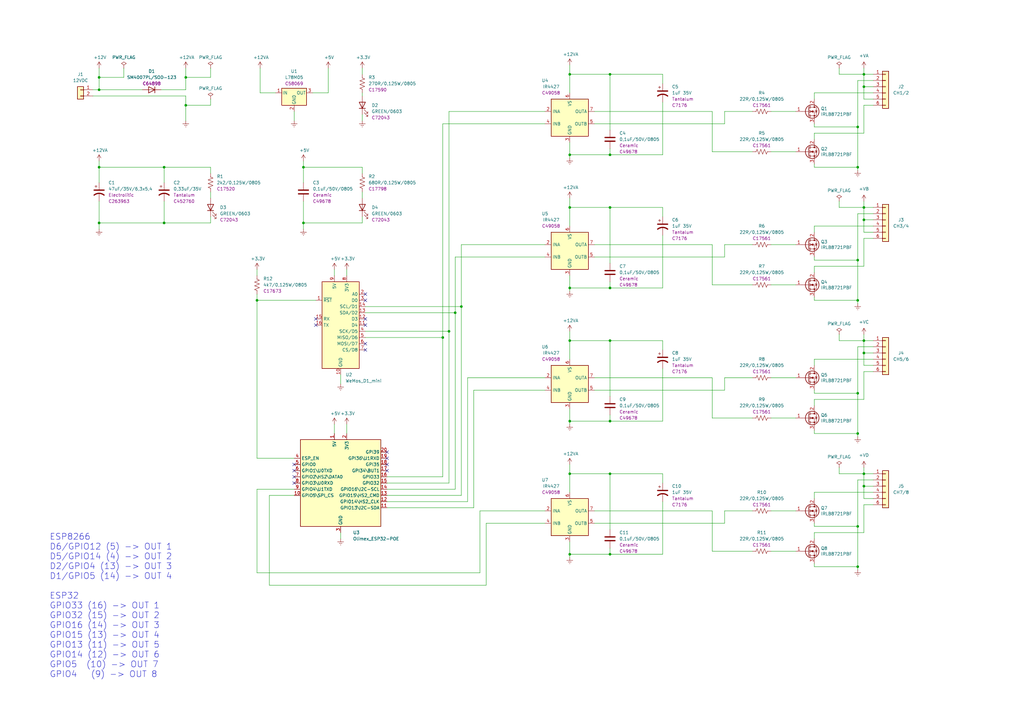
<source format=kicad_sch>
(kicad_sch (version 20231120) (generator "eeschema") (generator_version "8.0")
  (paper "A3")
  (title_block (title "ESP 8x PWM Module") (date "2022-03-26") (rev "2"))
  (junction (at 354.33 35.56))
  (junction (at 184.15 135.89))
  (junction (at 40.64 31.75))
  (junction (at 233.68 172.72))
  (junction (at 181.61 138.43))
  (junction (at 233.68 63.5))
  (junction (at 40.64 68.58))
  (junction (at 351.79 68.58))
  (junction (at 186.69 128.27))
  (junction (at 67.31 68.58))
  (junction (at 354.33 30.48))
  (junction (at 233.68 30.48))
  (junction (at 233.68 194.31))
  (junction (at 105.41 123.19))
  (junction (at 354.33 139.7))
  (junction (at 40.64 91.44))
  (junction (at 351.79 123.19))
  (junction (at 354.33 90.17))
  (junction (at 250.19 194.31))
  (junction (at 250.19 118.11))
  (junction (at 124.46 68.58))
  (junction (at 233.68 118.11))
  (junction (at 67.31 91.44))
  (junction (at 76.2 31.75))
  (junction (at 250.19 139.7))
  (junction (at 351.79 161.29))
  (junction (at 250.19 227.33))
  (junction (at 233.68 85.09))
  (junction (at 351.79 177.8))
  (junction (at 76.2 43.18))
  (junction (at 250.19 30.48))
  (junction (at 354.33 199.39))
  (junction (at 354.33 194.31))
  (junction (at 354.33 144.78))
  (junction (at 354.33 85.09))
  (junction (at 40.64 36.83))
  (junction (at 124.46 91.44))
  (junction (at 233.68 227.33))
  (junction (at 351.79 232.41))
  (junction (at 351.79 106.68))
  (junction (at 233.68 139.7))
  (junction (at 250.19 85.09))
  (junction (at 351.79 52.07))
  (junction (at 189.23 125.73))
  (junction (at 250.19 63.5))
  (junction (at 250.19 172.72))
  (junction (at 351.79 215.9))
  (no_connect (at 120.65 198.12))
  (no_connect (at 129.54 133.35))
  (no_connect (at 149.86 130.81))
  (no_connect (at 158.75 185.42))
  (no_connect (at 120.65 190.5))
  (no_connect (at 129.54 130.81))
  (no_connect (at 158.75 190.5))
  (no_connect (at 149.86 140.97))
  (no_connect (at 149.86 133.35))
  (no_connect (at 158.75 193.04))
  (no_connect (at 149.86 120.65))
  (no_connect (at 158.75 187.96))
  (no_connect (at 120.65 195.58))
  (no_connect (at 149.86 123.19))
  (no_connect (at 120.65 193.04))
  (no_connect (at 149.86 143.51))
  (wire (pts (xy 351.79 68.58) (xy 351.79 52.07)))
  (wire (pts (xy 120.65 45.72) (xy 120.65 49.53)))
  (wire (pts (xy 316.23 100.33) (xy 326.39 100.33)))
  (wire (pts (xy 292.1 154.94) (xy 292.1 171.45)))
  (wire (pts (xy 297.18 214.63) (xy 297.18 209.55)))
  (wire (pts (xy 271.78 205.74) (xy 271.78 227.33)))
  (wire (pts (xy 354.33 204.47) (xy 354.33 199.39)))
  (wire (pts (xy 106.68 27.94) (xy 106.68 38.1)))
  (wire (pts (xy 194.31 160.02) (xy 223.52 160.02)))
  (wire (pts (xy 334.01 218.44) (xy 354.33 218.44)))
  (wire (pts (xy 354.33 109.22) (xy 354.33 97.79)))
  (wire (pts (xy 233.68 118.11) (xy 250.19 118.11)))
  (wire (pts (xy 40.64 68.58) (xy 40.64 74.93)))
  (wire (pts (xy 351.79 177.8) (xy 351.79 179.07)))
  (wire (pts (xy 40.64 66.04) (xy 40.64 68.58)))
  (wire (pts (xy 243.84 105.41) (xy 297.18 105.41)))
  (wire (pts (xy 233.68 173.99) (xy 233.68 172.72)))
  (wire (pts (xy 351.79 215.9) (xy 334.01 215.9)))
  (wire (pts (xy 76.2 39.37) (xy 76.2 43.18)))
  (wire (pts (xy 334.01 67.31) (xy 334.01 68.58)))
  (wire (pts (xy 148.59 46.99) (xy 148.59 49.53)))
  (wire (pts (xy 334.01 214.63) (xy 334.01 215.9)))
  (wire (pts (xy 250.19 107.95) (xy 250.19 85.09)))
  (wire (pts (xy 223.52 154.94) (xy 191.77 154.94)))
  (wire (pts (xy 243.84 154.94) (xy 292.1 154.94)))
  (wire (pts (xy 40.64 91.44) (xy 40.64 82.55)))
  (wire (pts (xy 233.68 135.89) (xy 233.68 139.7)))
  (wire (pts (xy 358.14 149.86) (xy 354.33 149.86)))
  (wire (pts (xy 105.41 123.19) (xy 105.41 187.96)))
  (wire (pts (xy 233.68 30.48) (xy 233.68 38.1)))
  (wire (pts (xy 233.68 118.11) (xy 233.68 113.03)))
  (wire (pts (xy 105.41 234.95) (xy 196.85 234.95)))
  (wire (pts (xy 67.31 91.44) (xy 40.64 91.44)))
  (wire (pts (xy 189.23 203.2) (xy 189.23 125.73)))
  (wire (pts (xy 243.84 160.02) (xy 297.18 160.02)))
  (wire (pts (xy 297.18 105.41) (xy 297.18 100.33)))
  (wire (pts (xy 358.14 85.09) (xy 354.33 85.09)))
  (wire (pts (xy 250.19 227.33) (xy 271.78 227.33)))
  (wire (pts (xy 189.23 100.33) (xy 223.52 100.33)))
  (wire (pts (xy 344.17 82.55) (xy 344.17 85.09)))
  (wire (pts (xy 354.33 163.83) (xy 354.33 152.4)))
  (wire (pts (xy 233.68 139.7) (xy 250.19 139.7)))
  (wire (pts (xy 233.68 85.09) (xy 250.19 85.09)))
  (wire (pts (xy 344.17 194.31) (xy 354.33 194.31)))
  (wire (pts (xy 271.78 194.31) (xy 250.19 194.31)))
  (wire (pts (xy 139.7 220.98) (xy 139.7 218.44)))
  (wire (pts (xy 271.78 41.91) (xy 271.78 63.5)))
  (wire (pts (xy 134.62 27.94) (xy 134.62 38.1)))
  (wire (pts (xy 271.78 151.13) (xy 271.78 172.72)))
  (wire (pts (xy 358.14 196.85) (xy 351.79 196.85)))
  (wire (pts (xy 358.14 92.71) (xy 334.01 92.71)))
  (wire (pts (xy 86.36 68.58) (xy 67.31 68.58)))
  (wire (pts (xy 128.27 38.1) (xy 134.62 38.1)))
  (wire (pts (xy 351.79 106.68) (xy 334.01 106.68)))
  (wire (pts (xy 271.78 96.52) (xy 271.78 118.11)))
  (wire (pts (xy 292.1 100.33) (xy 292.1 116.84)))
  (wire (pts (xy 86.36 91.44) (xy 67.31 91.44)))
  (wire (pts (xy 110.49 203.2) (xy 110.49 240.03)))
  (wire (pts (xy 50.8 31.75) (xy 50.8 27.94)))
  (wire (pts (xy 354.33 152.4) (xy 358.14 152.4)))
  (wire (pts (xy 271.78 30.48) (xy 250.19 30.48)))
  (wire (pts (xy 271.78 85.09) (xy 250.19 85.09)))
  (wire (pts (xy 354.33 137.16) (xy 354.33 139.7)))
  (wire (pts (xy 351.79 232.41) (xy 351.79 233.68)))
  (wire (pts (xy 142.24 173.99) (xy 142.24 177.8)))
  (wire (pts (xy 148.59 88.9) (xy 148.59 91.44)))
  (wire (pts (xy 354.33 149.86) (xy 354.33 144.78)))
  (wire (pts (xy 186.69 105.41) (xy 186.69 128.27)))
  (wire (pts (xy 297.18 160.02) (xy 297.18 154.94)))
  (wire (pts (xy 334.01 163.83) (xy 334.01 166.37)))
  (wire (pts (xy 233.68 119.38) (xy 233.68 118.11)))
  (wire (pts (xy 250.19 172.72) (xy 271.78 172.72)))
  (wire (pts (xy 86.36 27.94) (xy 86.36 31.75)))
  (wire (pts (xy 149.86 125.73) (xy 189.23 125.73)))
  (wire (pts (xy 124.46 66.04) (xy 124.46 68.58)))
  (wire (pts (xy 358.14 33.02) (xy 351.79 33.02)))
  (wire (pts (xy 292.1 45.72) (xy 292.1 62.23)))
  (wire (pts (xy 334.01 232.41) (xy 351.79 232.41)))
  (wire (pts (xy 186.69 105.41) (xy 223.52 105.41)))
  (wire (pts (xy 316.23 171.45) (xy 326.39 171.45)))
  (wire (pts (xy 148.59 27.94) (xy 148.59 30.48)))
  (wire (pts (xy 194.31 208.28) (xy 194.31 160.02)))
  (wire (pts (xy 149.86 128.27) (xy 186.69 128.27)))
  (wire (pts (xy 358.14 147.32) (xy 334.01 147.32)))
  (wire (pts (xy 344.17 30.48) (xy 354.33 30.48)))
  (wire (pts (xy 148.59 71.12) (xy 148.59 68.58)))
  (wire (pts (xy 110.49 240.03) (xy 199.39 240.03)))
  (wire (pts (xy 271.78 139.7) (xy 250.19 139.7)))
  (wire (pts (xy 40.64 36.83) (xy 58.42 36.83)))
  (wire (pts (xy 344.17 85.09) (xy 354.33 85.09)))
  (wire (pts (xy 344.17 139.7) (xy 354.33 139.7)))
  (wire (pts (xy 292.1 171.45) (xy 308.61 171.45)))
  (wire (pts (xy 351.79 142.24) (xy 351.79 161.29)))
  (wire (pts (xy 354.33 139.7) (xy 354.33 144.78)))
  (wire (pts (xy 196.85 209.55) (xy 223.52 209.55)))
  (wire (pts (xy 86.36 88.9) (xy 86.36 91.44)))
  (wire (pts (xy 334.01 218.44) (xy 334.01 220.98)))
  (wire (pts (xy 334.01 147.32) (xy 334.01 149.86)))
  (wire (pts (xy 233.68 85.09) (xy 233.68 92.71)))
  (wire (pts (xy 316.23 154.94) (xy 326.39 154.94)))
  (wire (pts (xy 181.61 50.8) (xy 223.52 50.8)))
  (wire (pts (xy 354.33 97.79) (xy 358.14 97.79)))
  (wire (pts (xy 233.68 139.7) (xy 233.68 147.32)))
  (wire (pts (xy 358.14 30.48) (xy 354.33 30.48)))
  (wire (pts (xy 351.79 196.85) (xy 351.79 215.9)))
  (wire (pts (xy 243.84 214.63) (xy 297.18 214.63)))
  (wire (pts (xy 40.64 31.75) (xy 40.64 36.83)))
  (wire (pts (xy 105.41 120.65) (xy 105.41 123.19)))
  (wire (pts (xy 184.15 45.72) (xy 184.15 135.89)))
  (wire (pts (xy 334.01 231.14) (xy 334.01 232.41)))
  (wire (pts (xy 358.14 139.7) (xy 354.33 139.7)))
  (wire (pts (xy 158.75 200.66) (xy 186.69 200.66)))
  (wire (pts (xy 158.75 195.58) (xy 181.61 195.58)))
  (wire (pts (xy 351.79 232.41) (xy 351.79 215.9)))
  (wire (pts (xy 358.14 40.64) (xy 354.33 40.64)))
  (wire (pts (xy 358.14 201.93) (xy 334.01 201.93)))
  (wire (pts (xy 334.01 105.41) (xy 334.01 106.68)))
  (wire (pts (xy 351.79 123.19) (xy 351.79 106.68)))
  (wire (pts (xy 86.36 71.12) (xy 86.36 68.58)))
  (wire (pts (xy 189.23 125.73) (xy 189.23 100.33)))
  (wire (pts (xy 233.68 227.33) (xy 250.19 227.33)))
  (wire (pts (xy 250.19 224.79) (xy 250.19 227.33)))
  (wire (pts (xy 358.14 194.31) (xy 354.33 194.31)))
  (wire (pts (xy 344.17 137.16) (xy 344.17 139.7)))
  (wire (pts (xy 120.65 200.66) (xy 105.41 200.66)))
  (wire (pts (xy 137.16 173.99) (xy 137.16 177.8)))
  (wire (pts (xy 334.01 38.1) (xy 334.01 40.64)))
  (wire (pts (xy 334.01 54.61) (xy 334.01 57.15)))
  (wire (pts (xy 233.68 30.48) (xy 250.19 30.48)))
  (wire (pts (xy 233.68 63.5) (xy 233.68 58.42)))
  (wire (pts (xy 250.19 60.96) (xy 250.19 63.5)))
  (wire (pts (xy 148.59 91.44) (xy 124.46 91.44)))
  (wire (pts (xy 358.14 199.39) (xy 354.33 199.39)))
  (wire (pts (xy 233.68 228.6) (xy 233.68 227.33)))
  (wire (pts (xy 233.68 194.31) (xy 250.19 194.31)))
  (wire (pts (xy 243.84 45.72) (xy 292.1 45.72)))
  (wire (pts (xy 199.39 214.63) (xy 223.52 214.63)))
  (wire (pts (xy 297.18 154.94) (xy 308.61 154.94)))
  (wire (pts (xy 181.61 50.8) (xy 181.61 138.43)))
  (wire (pts (xy 76.2 36.83) (xy 76.2 31.75)))
  (wire (pts (xy 334.01 54.61) (xy 354.33 54.61)))
  (wire (pts (xy 334.01 177.8) (xy 351.79 177.8)))
  (wire (pts (xy 292.1 226.06) (xy 308.61 226.06)))
  (wire (pts (xy 120.65 187.96) (xy 105.41 187.96)))
  (wire (pts (xy 158.75 198.12) (xy 184.15 198.12)))
  (wire (pts (xy 358.14 90.17) (xy 354.33 90.17)))
  (wire (pts (xy 354.33 191.77) (xy 354.33 194.31)))
  (wire (pts (xy 354.33 43.18) (xy 358.14 43.18)))
  (wire (pts (xy 38.1 36.83) (xy 40.64 36.83)))
  (wire (pts (xy 124.46 82.55) (xy 124.46 91.44)))
  (wire (pts (xy 186.69 128.27) (xy 186.69 200.66)))
  (wire (pts (xy 233.68 194.31) (xy 233.68 201.93)))
  (wire (pts (xy 354.33 30.48) (xy 354.33 35.56)))
  (wire (pts (xy 358.14 204.47) (xy 354.33 204.47)))
  (wire (pts (xy 271.78 88.9) (xy 271.78 85.09)))
  (wire (pts (xy 344.17 27.94) (xy 344.17 30.48)))
  (wire (pts (xy 124.46 93.98) (xy 124.46 91.44)))
  (wire (pts (xy 292.1 116.84) (xy 308.61 116.84)))
  (wire (pts (xy 38.1 39.37) (xy 76.2 39.37)))
  (wire (pts (xy 297.18 100.33) (xy 308.61 100.33)))
  (wire (pts (xy 40.64 31.75) (xy 50.8 31.75)))
  (wire (pts (xy 297.18 209.55) (xy 308.61 209.55)))
  (wire (pts (xy 271.78 34.29) (xy 271.78 30.48)))
  (wire (pts (xy 354.33 218.44) (xy 354.33 207.01)))
  (wire (pts (xy 334.01 121.92) (xy 334.01 123.19)))
  (wire (pts (xy 120.65 203.2) (xy 110.49 203.2)))
  (wire (pts (xy 297.18 50.8) (xy 297.18 45.72)))
  (wire (pts (xy 124.46 74.93) (xy 124.46 68.58)))
  (wire (pts (xy 67.31 74.93) (xy 67.31 68.58)))
  (wire (pts (xy 351.79 52.07) (xy 334.01 52.07)))
  (wire (pts (xy 354.33 85.09) (xy 354.33 90.17)))
  (wire (pts (xy 250.19 115.57) (xy 250.19 118.11)))
  (wire (pts (xy 334.01 123.19) (xy 351.79 123.19)))
  (wire (pts (xy 149.86 138.43) (xy 181.61 138.43)))
  (wire (pts (xy 139.7 153.67) (xy 139.7 157.48)))
  (wire (pts (xy 243.84 100.33) (xy 292.1 100.33)))
  (wire (pts (xy 354.33 54.61) (xy 354.33 43.18)))
  (wire (pts (xy 358.14 38.1) (xy 334.01 38.1)))
  (wire (pts (xy 354.33 40.64) (xy 354.33 35.56)))
  (wire (pts (xy 351.79 123.19) (xy 351.79 124.46)))
  (wire (pts (xy 344.17 191.77) (xy 344.17 194.31)))
  (wire (pts (xy 196.85 234.95) (xy 196.85 209.55)))
  (wire (pts (xy 271.78 143.51) (xy 271.78 139.7)))
  (wire (pts (xy 86.36 40.64) (xy 86.36 43.18)))
  (wire (pts (xy 40.64 27.94) (xy 40.64 31.75)))
  (wire (pts (xy 105.41 123.19) (xy 129.54 123.19)))
  (wire (pts (xy 358.14 142.24) (xy 351.79 142.24)))
  (wire (pts (xy 233.68 81.28) (xy 233.68 85.09)))
  (wire (pts (xy 148.59 39.37) (xy 148.59 38.1)))
  (wire (pts (xy 292.1 209.55) (xy 292.1 226.06)))
  (wire (pts (xy 334.01 160.02) (xy 334.01 161.29)))
  (wire (pts (xy 316.23 45.72) (xy 326.39 45.72)))
  (wire (pts (xy 158.75 208.28) (xy 194.31 208.28)))
  (wire (pts (xy 106.68 38.1) (xy 113.03 38.1)))
  (wire (pts (xy 181.61 138.43) (xy 181.61 195.58)))
  (wire (pts (xy 316.23 62.23) (xy 326.39 62.23)))
  (wire (pts (xy 184.15 135.89) (xy 184.15 198.12)))
  (wire (pts (xy 86.36 31.75) (xy 76.2 31.75)))
  (wire (pts (xy 354.33 194.31) (xy 354.33 199.39)))
  (wire (pts (xy 358.14 87.63) (xy 351.79 87.63)))
  (wire (pts (xy 354.33 82.55) (xy 354.33 85.09)))
  (wire (pts (xy 250.19 53.34) (xy 250.19 30.48)))
  (wire (pts (xy 233.68 227.33) (xy 233.68 222.25)))
  (wire (pts (xy 86.36 81.28) (xy 86.36 78.74)))
  (wire (pts (xy 67.31 68.58) (xy 40.64 68.58)))
  (wire (pts (xy 250.19 63.5) (xy 271.78 63.5)))
  (wire (pts (xy 105.41 110.49) (xy 105.41 113.03)))
  (wire (pts (xy 351.79 177.8) (xy 351.79 161.29)))
  (wire (pts (xy 76.2 31.75) (xy 76.2 27.94)))
  (wire (pts (xy 250.19 162.56) (xy 250.19 139.7)))
  (wire (pts (xy 316.23 209.55) (xy 326.39 209.55)))
  (wire (pts (xy 354.33 207.01) (xy 358.14 207.01)))
  (wire (pts (xy 250.19 217.17) (xy 250.19 194.31)))
  (wire (pts (xy 66.04 36.83) (xy 76.2 36.83)))
  (wire (pts (xy 105.41 200.66) (xy 105.41 234.95)))
  (wire (pts (xy 334.01 163.83) (xy 354.33 163.83)))
  (wire (pts (xy 334.01 50.8) (xy 334.01 52.07)))
  (wire (pts (xy 158.75 205.74) (xy 191.77 205.74)))
  (wire (pts (xy 137.16 110.49) (xy 137.16 113.03)))
  (wire (pts (xy 354.33 27.94) (xy 354.33 30.48)))
  (wire (pts (xy 292.1 62.23) (xy 308.61 62.23)))
  (wire (pts (xy 334.01 109.22) (xy 334.01 111.76)))
  (wire (pts (xy 158.75 203.2) (xy 189.23 203.2)))
  (wire (pts (xy 334.01 92.71) (xy 334.01 95.25)))
  (wire (pts (xy 76.2 43.18) (xy 76.2 49.53)))
  (wire (pts (xy 316.23 226.06) (xy 326.39 226.06)))
  (wire (pts (xy 250.19 170.18) (xy 250.19 172.72)))
  (wire (pts (xy 243.84 50.8) (xy 297.18 50.8)))
  (wire (pts (xy 233.68 190.5) (xy 233.68 194.31)))
  (wire (pts (xy 316.23 116.84) (xy 326.39 116.84)))
  (wire (pts (xy 334.01 109.22) (xy 354.33 109.22)))
  (wire (pts (xy 351.79 87.63) (xy 351.79 106.68)))
  (wire (pts (xy 354.33 95.25) (xy 354.33 90.17)))
  (wire (pts (xy 334.01 201.93) (xy 334.01 204.47)))
  (wire (pts (xy 351.79 68.58) (xy 351.79 69.85)))
  (wire (pts (xy 233.68 26.67) (xy 233.68 30.48)))
  (wire (pts (xy 250.19 118.11) (xy 271.78 118.11)))
  (wire (pts (xy 351.79 33.02) (xy 351.79 52.07)))
  (wire (pts (xy 271.78 198.12) (xy 271.78 194.31)))
  (wire (pts (xy 148.59 81.28) (xy 148.59 78.74)))
  (wire (pts (xy 191.77 154.94) (xy 191.77 205.74)))
  (wire (pts (xy 184.15 45.72) (xy 223.52 45.72)))
  (wire (pts (xy 67.31 82.55) (xy 67.31 91.44)))
  (wire (pts (xy 334.01 68.58) (xy 351.79 68.58)))
  (wire (pts (xy 233.68 172.72) (xy 250.19 172.72)))
  (wire (pts (xy 148.59 68.58) (xy 124.46 68.58)))
  (wire (pts (xy 149.86 135.89) (xy 184.15 135.89)))
  (wire (pts (xy 358.14 35.56) (xy 354.33 35.56)))
  (wire (pts (xy 233.68 63.5) (xy 250.19 63.5)))
  (wire (pts (xy 358.14 144.78) (xy 354.33 144.78)))
  (wire (pts (xy 40.64 93.98) (xy 40.64 91.44)))
  (wire (pts (xy 142.24 110.49) (xy 142.24 113.03)))
  (wire (pts (xy 297.18 45.72) (xy 308.61 45.72)))
  (wire (pts (xy 233.68 172.72) (xy 233.68 167.64)))
  (wire (pts (xy 233.68 64.77) (xy 233.68 63.5)))
  (wire (pts (xy 86.36 43.18) (xy 76.2 43.18)))
  (wire (pts (xy 351.79 161.29) (xy 334.01 161.29)))
  (wire (pts (xy 292.1 209.55) (xy 243.84 209.55)))
  (wire (pts (xy 334.01 176.53) (xy 334.01 177.8)))
  (wire (pts (xy 358.14 95.25) (xy 354.33 95.25)))
  (wire (pts (xy 199.39 240.03) (xy 199.39 214.63)))
  (text "ESP8266\nD6/GPIO12 (5) -> OUT 1\nD5/GPIO14 (4) -> OUT 2\nD2/GPIO4 (13) -> OUT 3\nD1/GPIO5 (14) -> OUT 4\n\nESP32\nGPIO33 (16) -> OUT 1\nGPIO32 (15) -> OUT 2\nGPIO16 (14) -> OUT 3\nGPIO15 (13) -> OUT 4\nGPIO13 (11) -> OUT 5\nGPIO14 (12) -> OUT 6\nGPIO5  (10) -> OUT 7\nGPIO4   (9) -> OUT 8" (at 20.32 278.13 0) (effects (font (size 2.5 2.5)) (justify left bottom)))
  (symbol (lib_id "Device:R_US") (at 86.36 74.93 0) (unit 1)
    (property "Reference" "R1" (at 88.9 72.39 0) (effects (justify left)))
    (property "Value" "2k2/0,125W/0805" (at 88.9 74.93 0) (effects (justify left)))
    (property "Footprint" "Tales:R_0805_2012Metric" (effects (hide yes)))
    (property "Case" "0805/2012" (effects (hide yes)))
    (property "Mfr" "Uniroyal" (effects (hide yes)))
    (property "Mfr PN" "0805W8F2201T5E" (effects (hide yes)))
    (property "Vendor" "JLCPCB" (effects (hide yes)))
    (property "Vendor PN" "C17520" (effects (hide yes)))
    (property "JLCPCB BOM" "1" (effects (hide yes)))
    (property "LCSC Part" "C17520" (at 88.9 77.47 0) (effects (justify left)))
  )
  (symbol (lib_id "Device:D") (at 62.23 36.83 180) (unit 1)
    (property "Reference" "D1" (at 62.23 29.21 0))
    (property "Value" "SM4007PL/SOD-123" (at 62.23 31.75 0))
    (property "Footprint" "Tales:D_SOD-123" (effects (hide yes)))
    (property "Case" "SOD-123FL" (effects (hide yes)))
    (property "Mfr" "MDD" (effects (hide yes)))
    (property "Mfr PN" "SM4007PL" (effects (hide yes)))
    (property "Vendor" "JLCPCB" (effects (hide yes)))
    (property "Vendor PN" "C64898" (effects (hide yes)))
    (property "JLCPCB BOM" "1" (effects (hide yes)))
    (property "LCSC Part" "C64898" (at 62.23 34.29 0))
    (property "Sim.Device" "D" (effects (hide yes)))
    (property "Sim.Pins" "1=K 2=A" (effects (hide yes)))
  )
  (symbol (lib_id "Regulator_Linear:L7805") (at 120.65 38.1 0) (unit 1)
    (property "Reference" "U1" (at 120.65 29.21 0))
    (property "Value" "L78M05" (at 120.65 31.75 0))
    (property "Footprint" "Tales:TO-252-2" (effects (hide yes)))
    (property "Datasheet" "http://www.st.com/content/ccc/resource/technical/document/datasheet/41/4f/b3/b0/12/d4/47/88/CD00000444.pdf/files/CD00000444.pdf/jcr:content/translations/en.CD00000444.pdf" (effects (hide yes)))
    (property "Case" "TO-252" (effects (hide yes)))
    (property "Mfr" "ST Microelectronics" (effects (hide yes)))
    (property "Mfr PN" "L78M05ABDT-TR" (effects (hide yes)))
    (property "Vendor" "JLCPCB" (effects (hide yes)))
    (property "Vendor PN" "C58069" (effects (hide yes)))
    (property "JLCPCB BOM" "1" (effects (hide yes)))
    (property "LCSC Part" "C58069" (at 120.65 34.29 0))
  )
  (symbol (lib_id "power:PWR_FLAG") (at 86.36 27.94 0) (unit 1)
    (property "Reference" "#FLG0101" (effects (hide yes)))
    (property "Value" "PWR_FLAG" (at 86.36 23.5458 0))
  )
  (symbol (lib_id "Device:LED") (at 86.36 85.09 90) (unit 1)
    (property "Reference" "D3" (at 90.17 85.09 90) (effects (justify right)))
    (property "Value" "GREEN/0603" (at 90.17 87.63 90) (effects (justify right)))
    (property "Footprint" "Tales:LED_0603_1608Metric" (effects (hide yes)))
    (property "Case" "0603" (effects (hide yes)))
    (property "Mfr" "Everlight" (effects (hide yes)))
    (property "Mfr PN" "19-217/GHC-YR1S2/3T" (effects (hide yes)))
    (property "Vendor" "JLCPCB" (effects (hide yes)))
    (property "Vendor PN" "C72043" (effects (hide yes)))
    (property "JLCPCB BOM" "1" (effects (hide yes)))
    (property "LCSC Part" "C72043" (at 90.17 90.17 90) (effects (justify right)))
  )
  (symbol (lib_id "Connector_Generic:Conn_01x06") (at 363.22 35.56 0) (unit 1)
    (property "Reference" "J2" (at 369.57 35.56 0))
    (property "Value" "CH1/2" (at 369.57 38.1 0))
    (property "Footprint" "Tales:TerminalBlock_Phoenix_MKDS-3-6-5.08_1x06_P5.08mm_Horizontal" (effects (hide yes)))
    (property "Mfr" "Metaltex" (effects (hide yes)))
    (property "Vendor" "Eletropecas" (effects (hide yes)))
    (property "Mfr PN" "BR902V" (effects (hide yes)))
    (property "Vendor PN" "29273" (effects (hide yes)))
    (property "JLCPCB BOM" "0" (effects (hide yes)))
  )
  (symbol (lib_id "Device:R_US") (at 148.59 74.93 0) (unit 1)
    (property "Reference" "R2" (at 151.13 72.39 0) (effects (justify left)))
    (property "Value" "680R/0,125W/0805" (at 151.13 74.93 0) (effects (justify left)))
    (property "Footprint" "Tales:R_0805_2012Metric" (effects (hide yes)))
    (property "Case" "0805/2012" (effects (hide yes)))
    (property "Mfr" "Uniroyal" (effects (hide yes)))
    (property "Mfr PN" "0805W8F6800T5E" (effects (hide yes)))
    (property "Vendor" "JLCPCB" (effects (hide yes)))
    (property "Vendor PN" "C17798" (effects (hide yes)))
    (property "JLCPCB BOM" "1" (effects (hide yes)))
    (property "LCSC Part" "C17798" (at 151.13 77.47 0) (effects (justify left)))
  )
  (symbol (lib_id "power:+5V") (at 124.46 66.04 0) (unit 1)
    (property "Reference" "#PWR0123" (effects (hide yes)))
    (property "Value" "+5V" (at 124.841 61.6458 0))
  )
  (symbol (lib_id "power:+3.3V") (at 148.59 27.94 0) (unit 1)
    (property "Reference" "#PWR0124" (effects (hide yes)))
    (property "Value" "+3.3V" (at 148.971 23.5458 0))
  )
  (symbol (lib_id "power:GNDREF") (at 124.46 93.98 0) (unit 1)
    (property "Reference" "#PWR0125" (effects (hide yes)))
    (property "Value" "GNDREF" (effects (hide yes)))
  )
  (symbol (lib_id "power:GNDREF") (at 148.59 49.53 0) (unit 1)
    (property "Reference" "#PWR0126" (effects (hide yes)))
    (property "Value" "GNDREF" (effects (hide yes)))
  )
  (symbol (lib_id "power:PWR_FLAG") (at 86.36 40.64 0) (unit 1)
    (property "Reference" "#FLG0102" (effects (hide yes)))
    (property "Value" "PWR_FLAG" (at 86.36 36.2458 0))
  )
  (symbol (lib_id "Tales:Olimex_ESP32-POE") (at 139.7 198.12 0) (unit 1)
    (property "Reference" "U3" (at 144.78 218.44 0) (effects (justify left)))
    (property "Value" "Olimex_ESP32-POE" (at 144.78 220.98 0) (effects (justify left)))
    (property "Footprint" "Tales:Olimex_ESP32-POE" (effects (hide yes)))
    (property "Mfr" "Olimex" (effects (hide yes)))
    (property "Mfr PN" "ESP32-POE" (effects (hide yes)))
    (property "Vendor" "Mouser" (effects (hide yes)))
    (property "Vendor PN" "909-ESP32-POE\r" (effects (hide yes)))
    (property "JLCPCB BOM" "0" (effects (hide yes)))
  )
  (symbol (lib_id "power:GNDREF") (at 139.7 220.98 0) (unit 1)
    (property "Reference" "#PWR0114" (effects (hide yes)))
    (property "Value" "GNDREF" (effects (hide yes)))
  )
  (symbol (lib_id "power:+3.3V") (at 142.24 173.99 0) (unit 1)
    (property "Reference" "#PWR0115" (effects (hide yes)))
    (property "Value" "+3.3V" (at 142.621 169.5958 0))
  )
  (symbol (lib_id "power:+5V") (at 137.16 173.99 0) (unit 1)
    (property "Reference" "#PWR0120" (effects (hide yes)))
    (property "Value" "+5V" (at 137.541 169.5958 0))
  )
  (symbol (lib_id "Device:R_US") (at 312.42 45.72 270) (unit 1)
    (property "Reference" "R4" (at 312.42 38.1 90))
    (property "Value" "22R/0,125W/0805" (at 312.42 40.64 90))
    (property "Footprint" "Tales:R_0805_2012Metric" (effects (hide yes)))
    (property "Case" "0805/2012" (effects (hide yes)))
    (property "Mfr" "Uniroyal" (effects (hide yes)))
    (property "Mfr PN" "0805W8F220JT5E" (effects (hide yes)))
    (property "Vendor" "JLCPCB" (effects (hide yes)))
    (property "Vendor PN" "C17561" (effects (hide yes)))
    (property "JLCPCB BOM" "1" (effects (hide yes)))
    (property "LCSC Part" "C17561" (at 312.42 43.18 90))
  )
  (symbol (lib_id "Device:R_US") (at 312.42 62.23 270) (unit 1)
    (property "Reference" "R5" (at 312.42 54.61 90))
    (property "Value" "22R/0,125W/0805" (at 312.42 57.15 90))
    (property "Footprint" "Tales:R_0805_2012Metric" (effects (hide yes)))
    (property "Case" "0805/2012" (effects (hide yes)))
    (property "Mfr" "Uniroyal" (effects (hide yes)))
    (property "Mfr PN" "0805W8F220JT5E" (effects (hide yes)))
    (property "Vendor" "JLCPCB" (effects (hide yes)))
    (property "Vendor PN" "C17561" (effects (hide yes)))
    (property "JLCPCB BOM" "1" (effects (hide yes)))
    (property "LCSC Part" "C17561" (at 312.42 59.69 90))
  )
  (symbol (lib_id "Device:C_Polarized_US") (at 271.78 38.1 0) (unit 1)
    (property "Reference" "C5" (at 275.59 35.56 0) (effects (justify left)))
    (property "Value" "1uF 35V" (at 275.59 38.1 0) (effects (justify left)))
    (property "Footprint" "Tales:CP_EIA-3216-18_Kemet-A_Pad1.58x1.35mm_HandSolder" (effects (hide yes)))
    (property "Case" "1206/3216" (effects (hide yes)))
    (property "Mfr" "AVX" (effects (hide yes)))
    (property "Vendor" "JLCPCB" (effects (hide yes)))
    (property "Mfr PN" "TAJA105K035RNJ" (effects (hide yes)))
    (property "Vendor PN" "C7176" (effects (hide yes)))
    (property "Technology" "Tantalum" (at 275.59 40.64 0) (effects (justify left)))
    (property "JLCPCB BOM" "1" (effects (hide yes)))
    (property "LCSC Part" "C7176" (at 275.59 43.18 0) (effects (justify left)))
  )
  (symbol (lib_id "Tales:IR4427") (at 233.68 48.26 0) (unit 1)
    (property "Reference" "U4" (at 223.52 33.02 0))
    (property "Value" "IR4427" (at 226.06 35.56 0))
    (property "Footprint" "Tales:SOIC-8_3.9x4.9mm_P1.27mm" (effects (hide yes)))
    (property "Case" "SOIC-8" (effects (hide yes)))
    (property "Mfr" "International Rectifier" (effects (hide yes)))
    (property "Mfr PN" "IR4427STRPBF\r" (effects (hide yes)))
    (property "Vendor" "JLCPCB" (effects (hide yes)))
    (property "Vendor PN" "C49058" (effects (hide yes)))
    (property "JLCPCB BOM" "1" (effects (hide yes)))
    (property "LCSC Part" "C49058" (at 222.25 38.1 0) (effects (justify left)))
  )
  (symbol (lib_id "power:+12V") (at 40.64 27.94 0) (unit 1)
    (property "Reference" "#PWR0107" (effects (hide yes)))
    (property "Value" "+12V" (at 41.021 23.5458 0))
  )
  (symbol (lib_id "Device:C_Polarized_US") (at 67.31 78.74 0) (unit 1)
    (property "Reference" "C2" (at 71.12 74.93 0) (effects (justify left)))
    (property "Value" "0,33uF/35V" (at 71.12 77.47 0) (effects (justify left)))
    (property "Footprint" "Tales:CP_EIA-3216-18_Kemet-A_Pad1.58x1.35mm_HandSolder" (effects (hide yes)))
    (property "Case" "1206/3216" (effects (hide yes)))
    (property "Mfr" "Kemet" (effects (hide yes)))
    (property "Mfr PN" "T491A334M035AT" (effects (hide yes)))
    (property "Technology" "Tantalum" (at 71.12 80.01 0) (effects (justify left)))
    (property "Vendor" "JLCPCB" (effects (hide yes)))
    (property "Vendor PN" "C452760" (effects (hide yes)))
    (property "JLCPCB BOM" "1" (effects (hide yes)))
    (property "LCSC Part" "C452760" (at 71.12 82.55 0) (effects (justify left)))
  )
  (symbol (lib_id "power:GNDREF") (at 233.68 64.77 0) (unit 1)
    (property "Reference" "#PWR0112" (effects (hide yes)))
    (property "Value" "GNDREF" (effects (hide yes)))
  )
  (symbol (lib_id "Transistor_FET:IRLB8721PBF") (at 331.47 62.23 0) (unit 1)
    (property "Reference" "Q2" (at 336.6516 61.0616 0) (effects (justify left)))
    (property "Value" "IRLB8721PBF" (at 336.6516 63.373 0) (effects (justify left)))
    (property "Footprint" "Tales:TO-220-3_Vertical" (effects (hide yes)))
    (property "Datasheet" "http://www.infineon.com/dgdl/irlb8721pbf.pdf?fileId=5546d462533600a40153566056732591" (effects (hide yes)))
    (property "Case" "TO-220-3" (effects (hide yes)))
    (property "Mfr" "Infineon" (effects (hide yes)))
    (property "Mfr PN" "IRLB8721PBF" (effects (hide yes)))
    (property "Vendor" "Mouser" (effects (hide yes)))
    (property "Vendor PN" "942-IRLB8721PBF" (effects (hide yes)))
    (property "JLCPCB BOM" "0" (effects (hide yes)))
  )
  (symbol (lib_id "power:+12VA") (at 76.2 27.94 0) (unit 1)
    (property "Reference" "#PWR0130" (effects (hide yes)))
    (property "Value" "+12VA" (at 76.581 23.5458 0))
  )
  (symbol (lib_id "power:+12VA") (at 106.68 27.94 0) (unit 1)
    (property "Reference" "#PWR0131" (effects (hide yes)))
    (property "Value" "+12VA" (at 107.061 23.5458 0))
  )
  (symbol (lib_id "power:+12VA") (at 40.64 66.04 0) (unit 1)
    (property "Reference" "#PWR0132" (effects (hide yes)))
    (property "Value" "+12VA" (at 41.021 61.6458 0))
  )
  (symbol (lib_id "power:PWR_FLAG") (at 50.8 27.94 0) (unit 1)
    (property "Reference" "#FLG0104" (effects (hide yes)))
    (property "Value" "PWR_FLAG" (at 50.8 23.5458 0))
  )
  (symbol (lib_id "Device:C") (at 250.19 57.15 0) (unit 1)
    (property "Reference" "C4" (at 254 54.61 0) (effects (justify left)))
    (property "Value" "0,1uF/50V/0805" (at 254 57.15 0) (effects (justify left)))
    (property "Footprint" "Tales:C_0805_2012Metric" (effects (hide yes)))
    (property "Case" "0805/2012" (effects (hide yes)))
    (property "Mfr" "Yageo" (effects (hide yes)))
    (property "Mfr PN" "CC0805KRX7R9BB104" (effects (hide yes)))
    (property "Vendor" "JLCPCB" (effects (hide yes)))
    (property "Vendor PN" "C49678" (effects (hide yes)))
    (property "Technology" "Ceramic" (at 254 59.69 0) (effects (justify left)))
    (property "JLCPCB BOM" "1" (effects (hide yes)))
    (property "LCSC Part" "C49678" (at 254 62.23 0) (effects (justify left)))
  )
  (symbol (lib_id "Transistor_FET:IRLB8721PBF") (at 331.47 45.72 0) (unit 1)
    (property "Reference" "Q1" (at 336.6516 44.5516 0) (effects (justify left)))
    (property "Value" "IRLB8721PBF" (at 336.6516 46.863 0) (effects (justify left)))
    (property "Footprint" "Tales:TO-220-3_Vertical" (effects (hide yes)))
    (property "Datasheet" "http://www.infineon.com/dgdl/irlb8721pbf.pdf?fileId=5546d462533600a40153566056732591" (effects (hide yes)))
    (property "Case" "TO-220-3" (effects (hide yes)))
    (property "Mfr" "Infineon" (effects (hide yes)))
    (property "Mfr PN" "IRLB8721PBF" (effects (hide yes)))
    (property "Vendor" "Mouser" (effects (hide yes)))
    (property "Vendor PN" "942-IRLB8721PBF" (effects (hide yes)))
    (property "JLCPCB BOM" "0" (effects (hide yes)))
  )
  (symbol (lib_id "power:GNDREF") (at 120.65 49.53 0) (unit 1)
    (property "Reference" "#PWR0102" (effects (hide yes)))
    (property "Value" "GNDREF" (effects (hide yes)))
  )
  (symbol (lib_id "power:+5V") (at 134.62 27.94 0) (unit 1)
    (property "Reference" "#PWR0104" (effects (hide yes)))
    (property "Value" "+5V" (at 135.001 23.5458 0))
  )
  (symbol (lib_id "Connector_Generic:Conn_01x02") (at 33.02 36.83 0) (mirror y) (unit 1)
    (property "Reference" "J1" (at 33.02 30.48 0))
    (property "Value" "12VDC" (at 33.02 33.02 0))
    (property "Footprint" "Tales:TerminalBlock_Phoenix_MKDS-3-2-5.08_1x02_P5.08mm_Horizontal" (effects (hide yes)))
    (property "Mfr" "Metaltex" (effects (hide yes)))
    (property "Vendor" "Eletropecas\r" (effects (hide yes)))
    (property "Mfr PN" "BR902V\r" (effects (hide yes)))
    (property "Vendor PN" "29273" (effects (hide yes)))
    (property "JLCPCB BOM" "0" (effects (hide yes)))
  )
  (symbol (lib_id "power:GNDREF") (at 76.2 49.53 0) (unit 1)
    (property "Reference" "#PWR0108" (effects (hide yes)))
    (property "Value" "GNDREF" (effects (hide yes)))
  )
  (symbol (lib_id "Device:C") (at 124.46 78.74 0) (unit 1)
    (property "Reference" "C3" (at 128.27 74.93 0) (effects (justify left)))
    (property "Value" "0,1uF/50V/0805" (at 128.27 77.47 0) (effects (justify left)))
    (property "Footprint" "Tales:C_0805_2012Metric" (effects (hide yes)))
    (property "Technology" "Ceramic" (at 128.27 80.01 0) (effects (justify left)))
    (property "Case" "0805/2012" (effects (hide yes)))
    (property "Mfr" "Yageo" (effects (hide yes)))
    (property "Mfr PN" "CC0805KRX7R9BB104" (effects (hide yes)))
    (property "Vendor" "JLCPCB" (effects (hide yes)))
    (property "Vendor PN" "C49678" (effects (hide yes)))
    (property "JLCPCB BOM" "1" (effects (hide yes)))
    (property "LCSC Part" "C49678" (at 128.27 82.55 0) (effects (justify left)))
  )
  (symbol (lib_id "Device:LED") (at 148.59 85.09 90) (unit 1)
    (property "Reference" "D4" (at 152.4 85.09 90) (effects (justify right)))
    (property "Value" "GREEN/0603" (at 152.4 87.63 90) (effects (justify right)))
    (property "Footprint" "Tales:LED_0603_1608Metric" (effects (hide yes)))
    (property "Case" "0603" (effects (hide yes)))
    (property "Mfr" "Everlight" (effects (hide yes)))
    (property "Mfr PN" "19-217/GHC-YR1S2/3T" (effects (hide yes)))
    (property "Vendor" "JLCPCB" (effects (hide yes)))
    (property "Vendor PN" "C72043" (effects (hide yes)))
    (property "JLCPCB BOM" "1" (effects (hide yes)))
    (property "LCSC Part" "C72043" (at 152.4 90.17 90) (effects (justify right)))
  )
  (symbol (lib_id "Device:LED") (at 148.59 43.18 90) (unit 1)
    (property "Reference" "D2" (at 152.4 43.18 90) (effects (justify right)))
    (property "Value" "GREEN/0603" (at 152.4 45.72 90) (effects (justify right)))
    (property "Footprint" "Tales:LED_0603_1608Metric" (effects (hide yes)))
    (property "Case" "0603" (effects (hide yes)))
    (property "Mfr" "Everlight" (effects (hide yes)))
    (property "Mfr PN" "19-217/GHC-YR1S2/3T" (effects (hide yes)))
    (property "Vendor" "JLCPCB" (effects (hide yes)))
    (property "Vendor PN" "C72043" (effects (hide yes)))
    (property "JLCPCB BOM" "1" (effects (hide yes)))
    (property "LCSC Part" "C72043" (at 152.4 48.26 90) (effects (justify right)))
  )
  (symbol (lib_id "Device:R_US") (at 148.59 34.29 0) (unit 1)
    (property "Reference" "R3" (at 151.13 31.75 0) (effects (justify left)))
    (property "Value" "270R/0,125W/0805" (at 151.13 34.29 0) (effects (justify left)))
    (property "Footprint" "Tales:R_0805_2012Metric" (effects (hide yes)))
    (property "Case" "0805/2012" (effects (hide yes)))
    (property "Mfr" "Uniroyal" (effects (hide yes)))
    (property "Mfr PN" "0805W8F2700T5E" (effects (hide yes)))
    (property "Vendor" "JLCPCB" (effects (hide yes)))
    (property "Vendor PN" "C17590" (effects (hide yes)))
    (property "JLCPCB BOM" "1" (effects (hide yes)))
    (property "LCSC Part" "C17590" (at 151.13 36.83 0) (effects (justify left)))
  )
  (symbol (lib_id "Device:C_Polarized_US") (at 40.64 78.74 0) (unit 1)
    (property "Reference" "C1" (at 44.45 74.93 0) (effects (justify left)))
    (property "Value" "47uF/35V/6,3x5,4" (at 44.45 77.47 0) (effects (justify left)))
    (property "Footprint" "Tales:CP_Elec_6.3x5.4" (effects (hide yes)))
    (property "Case" "6,3x5,4" (effects (hide yes)))
    (property "Mfr" "Semtech" (effects (hide yes)))
    (property "Mfr PN" "CK1V470MCRE54" (effects (hide yes)))
    (property "Vendor" "JLCPCB" (effects (hide yes)))
    (property "Vendor PN" "C263963" (effects (hide yes)))
    (property "Technology" "Electrolitic" (at 44.45 80.01 0) (effects (justify left)))
    (property "JLCPCB BOM" "1" (effects (hide yes)))
    (property "LCSC Part" "C263963" (at 44.45 82.55 0) (effects (justify left)))
  )
  (symbol (lib_id "power:GNDREF") (at 40.64 93.98 0) (unit 1)
    (property "Reference" "#PWR0127" (effects (hide yes)))
    (property "Value" "GNDREF" (effects (hide yes)))
  )
  (symbol (lib_id "Device:C") (at 250.19 220.98 0) (unit 1)
    (property "Reference" "C11" (at 254 218.44 0) (effects (justify left)))
    (property "Value" "0,1uF/50V/0805" (at 254 220.98 0) (effects (justify left)))
    (property "Footprint" "Tales:C_0805_2012Metric" (effects (hide yes)))
    (property "Case" "0805/2012" (effects (hide yes)))
    (property "Mfr" "Yageo" (effects (hide yes)))
    (property "Mfr PN" "CC0805KRX7R9BB104" (effects (hide yes)))
    (property "Vendor" "JLCPCB" (effects (hide yes)))
    (property "Vendor PN" "C49678" (effects (hide yes)))
    (property "Technology" "Ceramic" (at 254 223.52 0) (effects (justify left)))
    (property "JLCPCB BOM" "1" (effects (hide yes)))
    (property "LCSC Part" "C49678" (at 254 226.06 0) (effects (justify left)))
  )
  (symbol (lib_id "Tales:+VD") (at 354.33 191.77 0) (unit 1)
    (property "Reference" "#PWR07" (effects (hide yes)))
    (property "Value" "+VD" (at 354.33 186.69 0))
  )
  (symbol (lib_id "Device:C_Polarized_US") (at 271.78 201.93 0) (unit 1)
    (property "Reference" "C10" (at 275.59 199.39 0) (effects (justify left)))
    (property "Value" "1uF 35V" (at 275.59 201.93 0) (effects (justify left)))
    (property "Footprint" "Tales:CP_EIA-3216-18_Kemet-A_Pad1.58x1.35mm_HandSolder" (effects (hide yes)))
    (property "Case" "1206/3216" (effects (hide yes)))
    (property "Mfr" "AVX" (effects (hide yes)))
    (property "Vendor" "JLCPCB" (effects (hide yes)))
    (property "Mfr PN" "TAJA105K035RNJ" (effects (hide yes)))
    (property "Vendor PN" "C7176" (effects (hide yes)))
    (property "Technology" "Tantalum" (at 275.59 204.47 0) (effects (justify left)))
    (property "JLCPCB BOM" "1" (effects (hide yes)))
    (property "LCSC Part" "C7176" (at 275.59 207.01 0) (effects (justify left)))
  )
  (symbol (lib_id "Transistor_FET:IRLB8721PBF") (at 331.47 154.94 0) (unit 1)
    (property "Reference" "Q5" (at 336.6516 153.7716 0) (effects (justify left)))
    (property "Value" "IRLB8721PBF" (at 336.6516 156.083 0) (effects (justify left)))
    (property "Footprint" "Tales:TO-220-3_Vertical" (effects (hide yes)))
    (property "Datasheet" "http://www.infineon.com/dgdl/irlb8721pbf.pdf?fileId=5546d462533600a40153566056732591" (effects (hide yes)))
    (property "Case" "TO-220-3" (effects (hide yes)))
    (property "Mfr" "Infineon" (effects (hide yes)))
    (property "Mfr PN" "IRLB8721PBF" (effects (hide yes)))
    (property "Vendor" "Mouser" (effects (hide yes)))
    (property "Vendor PN" "942-IRLB8721PBF" (effects (hide yes)))
    (property "JLCPCB BOM" "0" (effects (hide yes)))
  )
  (symbol (lib_id "Tales:IR4427") (at 233.68 102.87 0) (unit 1)
    (property "Reference" "U5" (at 223.52 87.63 0))
    (property "Value" "IR4427" (at 226.06 90.17 0))
    (property "Footprint" "Tales:SOIC-8_3.9x4.9mm_P1.27mm" (effects (hide yes)))
    (property "Case" "SOIC-8" (effects (hide yes)))
    (property "Mfr" "International Rectifier" (effects (hide yes)))
    (property "Mfr PN" "IR4427STRPBF\r" (effects (hide yes)))
    (property "Vendor" "JLCPCB" (effects (hide yes)))
    (property "Vendor PN" "C49058" (effects (hide yes)))
    (property "JLCPCB BOM" "1" (effects (hide yes)))
    (property "LCSC Part" "C49058" (at 222.25 92.71 0) (effects (justify left)))
  )
  (symbol (lib_id "Tales:+VC") (at 354.33 137.16 0) (unit 1)
    (property "Reference" "#PWR04" (effects (hide yes)))
    (property "Value" "+VC" (at 354.33 132.08 0))
  )
  (symbol (lib_id "Device:C") (at 250.19 111.76 0) (unit 1)
    (property "Reference" "C7" (at 254 109.22 0) (effects (justify left)))
    (property "Value" "0,1uF/50V/0805" (at 254 111.76 0) (effects (justify left)))
    (property "Footprint" "Tales:C_0805_2012Metric" (effects (hide yes)))
    (property "Case" "0805/2012" (effects (hide yes)))
    (property "Mfr" "Yageo" (effects (hide yes)))
    (property "Mfr PN" "CC0805KRX7R9BB104" (effects (hide yes)))
    (property "Vendor" "JLCPCB" (effects (hide yes)))
    (property "Vendor PN" "C49678" (effects (hide yes)))
    (property "Technology" "Ceramic" (at 254 114.3 0) (effects (justify left)))
    (property "JLCPCB BOM" "1" (effects (hide yes)))
    (property "LCSC Part" "C49678" (at 254 116.84 0) (effects (justify left)))
  )
  (symbol (lib_id "power:GNDREF") (at 233.68 173.99 0) (unit 1)
    (property "Reference" "#PWR05" (effects (hide yes)))
    (property "Value" "GNDREF" (effects (hide yes)))
  )
  (symbol (lib_id "power:+3.3V") (at 105.41 110.49 0) (unit 1)
    (property "Reference" "#PWR010" (effects (hide yes)))
    (property "Value" "+3.3V" (at 105.791 106.0958 0))
  )
  (symbol (lib_id "Device:C_Polarized_US") (at 271.78 92.71 0) (unit 1)
    (property "Reference" "C6" (at 275.59 90.17 0) (effects (justify left)))
    (property "Value" "1uF 35V" (at 275.59 92.71 0) (effects (justify left)))
    (property "Footprint" "Tales:CP_EIA-3216-18_Kemet-A_Pad1.58x1.35mm_HandSolder" (effects (hide yes)))
    (property "Case" "1206/3216" (effects (hide yes)))
    (property "Mfr" "AVX" (effects (hide yes)))
    (property "Vendor" "JLCPCB" (effects (hide yes)))
    (property "Mfr PN" "TAJA105K035RNJ" (effects (hide yes)))
    (property "Vendor PN" "C7176" (effects (hide yes)))
    (property "Technology" "Tantalum" (at 275.59 95.25 0) (effects (justify left)))
    (property "JLCPCB BOM" "1" (effects (hide yes)))
    (property "LCSC Part" "C7176" (at 275.59 97.79 0) (effects (justify left)))
  )
  (symbol (lib_id "power:GNDREF") (at 233.68 228.6 0) (unit 1)
    (property "Reference" "#PWR08" (effects (hide yes)))
    (property "Value" "GNDREF" (effects (hide yes)))
  )
  (symbol (lib_id "power:PWR_FLAG") (at 344.17 27.94 0) (unit 1)
    (property "Reference" "#FLG01" (effects (hide yes)))
    (property "Value" "PWR_FLAG" (at 344.17 23.5458 0))
  )
  (symbol (lib_id "power:GNDREF") (at 351.79 233.68 0) (unit 1)
    (property "Reference" "#PWR09" (effects (hide yes)))
    (property "Value" "GNDREF" (effects (hide yes)))
  )
  (symbol (lib_id "power:GNDREF") (at 351.79 69.85 0) (unit 1)
    (property "Reference" "#PWR0103" (effects (hide yes)))
    (property "Value" "GNDREF" (effects (hide yes)))
  )
  (symbol (lib_id "Transistor_FET:IRLB8721PBF") (at 331.47 209.55 0) (unit 1)
    (property "Reference" "Q7" (at 336.6516 208.3816 0) (effects (justify left)))
    (property "Value" "IRLB8721PBF" (at 336.6516 210.693 0) (effects (justify left)))
    (property "Footprint" "Tales:TO-220-3_Vertical" (effects (hide yes)))
    (property "Datasheet" "http://www.infineon.com/dgdl/irlb8721pbf.pdf?fileId=5546d462533600a40153566056732591" (effects (hide yes)))
    (property "Case" "TO-220-3" (effects (hide yes)))
    (property "Mfr" "Infineon" (effects (hide yes)))
    (property "Mfr PN" "IRLB8721PBF" (effects (hide yes)))
    (property "Vendor" "Mouser" (effects (hide yes)))
    (property "Vendor PN" "942-IRLB8721PBF" (effects (hide yes)))
    (property "JLCPCB BOM" "0" (effects (hide yes)))
  )
  (symbol (lib_id "Connector_Generic:Conn_01x06") (at 363.22 90.17 0) (unit 1)
    (property "Reference" "J3" (at 369.57 90.17 0))
    (property "Value" "CH3/4" (at 369.57 92.71 0))
    (property "Footprint" "Tales:TerminalBlock_Phoenix_MKDS-3-6-5.08_1x06_P5.08mm_Horizontal" (effects (hide yes)))
    (property "Mfr" "Metaltex" (effects (hide yes)))
    (property "Vendor" "Eletropecas" (effects (hide yes)))
    (property "Mfr PN" "BR902V" (effects (hide yes)))
    (property "Vendor PN" "29273" (effects (hide yes)))
    (property "JLCPCB BOM" "0" (effects (hide yes)))
  )
  (symbol (lib_id "Transistor_FET:IRLB8721PBF") (at 331.47 100.33 0) (unit 1)
    (property "Reference" "Q3" (at 336.6516 99.1616 0) (effects (justify left)))
    (property "Value" "IRLB8721PBF" (at 336.6516 101.473 0) (effects (justify left)))
    (property "Footprint" "Tales:TO-220-3_Vertical" (effects (hide yes)))
    (property "Datasheet" "http://www.infineon.com/dgdl/irlb8721pbf.pdf?fileId=5546d462533600a40153566056732591" (effects (hide yes)))
    (property "Case" "TO-220-3" (effects (hide yes)))
    (property "Mfr" "Infineon" (effects (hide yes)))
    (property "Mfr PN" "IRLB8721PBF" (effects (hide yes)))
    (property "Vendor" "Mouser" (effects (hide yes)))
    (property "Vendor PN" "942-IRLB8721PBF" (effects (hide yes)))
    (property "JLCPCB BOM" "0" (effects (hide yes)))
  )
  (symbol (lib_id "Tales:+VB") (at 354.33 82.55 0) (unit 1)
    (property "Reference" "#PWR01" (effects (hide yes)))
    (property "Value" "+VB" (at 354.33 77.47 0))
  )
  (symbol (lib_id "Connector_Generic:Conn_01x06") (at 363.22 144.78 0) (unit 1)
    (property "Reference" "J4" (at 369.57 144.78 0))
    (property "Value" "CH5/6" (at 369.57 147.32 0))
    (property "Footprint" "Tales:TerminalBlock_Phoenix_MKDS-3-6-5.08_1x06_P5.08mm_Horizontal" (effects (hide yes)))
    (property "Mfr" "Metaltex" (effects (hide yes)))
    (property "Vendor" "Eletropecas" (effects (hide yes)))
    (property "Mfr PN" "BR902V" (effects (hide yes)))
    (property "Vendor PN" "29273" (effects (hide yes)))
    (property "JLCPCB BOM" "0" (effects (hide yes)))
  )
  (symbol (lib_id "power:PWR_FLAG") (at 344.17 137.16 0) (unit 1)
    (property "Reference" "#FLG03" (effects (hide yes)))
    (property "Value" "PWR_FLAG" (at 344.17 132.7658 0))
  )
  (symbol (lib_id "power:+5V") (at 137.16 110.49 0) (unit 1)
    (property "Reference" "#PWR0109" (effects (hide yes)))
    (property "Value" "+5V" (at 137.541 106.0958 0))
  )
  (symbol (lib_id "power:GNDREF") (at 351.79 124.46 0) (unit 1)
    (property "Reference" "#PWR03" (effects (hide yes)))
    (property "Value" "GNDREF" (effects (hide yes)))
  )
  (symbol (lib_id "power:+12VA") (at 233.68 81.28 0) (unit 1)
    (property "Reference" "#PWR0111" (effects (hide yes)))
    (property "Value" "+12VA" (at 234.061 76.8858 0))
  )
  (symbol (lib_id "power:PWR_FLAG") (at 344.17 82.55 0) (unit 1)
    (property "Reference" "#FLG02" (effects (hide yes)))
    (property "Value" "PWR_FLAG" (at 344.17 78.1558 0))
  )
  (symbol (lib_id "Device:C") (at 250.19 166.37 0) (unit 1)
    (property "Reference" "C9" (at 254 163.83 0) (effects (justify left)))
    (property "Value" "0,1uF/50V/0805" (at 254 166.37 0) (effects (justify left)))
    (property "Footprint" "Tales:C_0805_2012Metric" (effects (hide yes)))
    (property "Case" "0805/2012" (effects (hide yes)))
    (property "Mfr" "Yageo" (effects (hide yes)))
    (property "Mfr PN" "CC0805KRX7R9BB104" (effects (hide yes)))
    (property "Vendor" "JLCPCB" (effects (hide yes)))
    (property "Vendor PN" "C49678" (effects (hide yes)))
    (property "Technology" "Ceramic" (at 254 168.91 0) (effects (justify left)))
    (property "JLCPCB BOM" "1" (effects (hide yes)))
    (property "LCSC Part" "C49678" (at 254 171.45 0) (effects (justify left)))
  )
  (symbol (lib_id "power:+12VA") (at 233.68 190.5 0) (unit 1)
    (property "Reference" "#PWR0110" (effects (hide yes)))
    (property "Value" "+12VA" (at 234.061 186.1058 0))
  )
  (symbol (lib_id "Device:R_US") (at 312.42 226.06 270) (unit 1)
    (property "Reference" "R11" (at 312.42 218.44 90))
    (property "Value" "22R/0,125W/0805" (at 312.42 220.98 90))
    (property "Footprint" "Tales:R_0805_2012Metric" (effects (hide yes)))
    (property "Case" "0805/2012" (effects (hide yes)))
    (property "Mfr" "Uniroyal" (effects (hide yes)))
    (property "Mfr PN" "0805W8F220JT5E" (effects (hide yes)))
    (property "Vendor" "JLCPCB" (effects (hide yes)))
    (property "Vendor PN" "C17561" (effects (hide yes)))
    (property "JLCPCB BOM" "1" (effects (hide yes)))
    (property "LCSC Part" "C17561" (at 312.42 223.52 90))
  )
  (symbol (lib_id "Device:R_US") (at 312.42 209.55 270) (unit 1)
    (property "Reference" "R10" (at 312.42 201.93 90))
    (property "Value" "22R/0,125W/0805" (at 312.42 204.47 90))
    (property "Footprint" "Tales:R_0805_2012Metric" (effects (hide yes)))
    (property "Case" "0805/2012" (effects (hide yes)))
    (property "Mfr" "Uniroyal" (effects (hide yes)))
    (property "Mfr PN" "0805W8F220JT5E" (effects (hide yes)))
    (property "Vendor" "JLCPCB" (effects (hide yes)))
    (property "Vendor PN" "C17561" (effects (hide yes)))
    (property "JLCPCB BOM" "1" (effects (hide yes)))
    (property "LCSC Part" "C17561" (at 312.42 207.01 90))
  )
  (symbol (lib_id "Device:R_US") (at 312.42 154.94 270) (unit 1)
    (property "Reference" "R8" (at 312.42 147.32 90))
    (property "Value" "22R/0,125W/0805" (at 312.42 149.86 90))
    (property "Footprint" "Tales:R_0805_2012Metric" (effects (hide yes)))
    (property "Case" "0805/2012" (effects (hide yes)))
    (property "Mfr" "Uniroyal" (effects (hide yes)))
    (property "Mfr PN" "0805W8F220JT5E" (effects (hide yes)))
    (property "Vendor" "JLCPCB" (effects (hide yes)))
    (property "Vendor PN" "C17561" (effects (hide yes)))
    (property "JLCPCB BOM" "1" (effects (hide yes)))
    (property "LCSC Part" "C17561" (at 312.42 152.4 90))
  )
  (symbol (lib_id "Transistor_FET:IRLB8721PBF") (at 331.47 226.06 0) (unit 1)
    (property "Reference" "Q8" (at 336.6516 224.8916 0) (effects (justify left)))
    (property "Value" "IRLB8721PBF" (at 336.6516 227.203 0) (effects (justify left)))
    (property "Footprint" "Tales:TO-220-3_Vertical" (effects (hide yes)))
    (property "Datasheet" "http://www.infineon.com/dgdl/irlb8721pbf.pdf?fileId=5546d462533600a40153566056732591" (effects (hide yes)))
    (property "Case" "TO-220-3" (effects (hide yes)))
    (property "Mfr" "Infineon" (effects (hide yes)))
    (property "Mfr PN" "IRLB8721PBF" (effects (hide yes)))
    (property "Vendor" "Mouser" (effects (hide yes)))
    (property "Vendor PN" "942-IRLB8721PBF" (effects (hide yes)))
    (property "JLCPCB BOM" "0" (effects (hide yes)))
  )
  (symbol (lib_id "Transistor_FET:IRLB8721PBF") (at 331.47 171.45 0) (unit 1)
    (property "Reference" "Q6" (at 336.6516 170.2816 0) (effects (justify left)))
    (property "Value" "IRLB8721PBF" (at 336.6516 172.593 0) (effects (justify left)))
    (property "Footprint" "Tales:TO-220-3_Vertical" (effects (hide yes)))
    (property "Datasheet" "http://www.infineon.com/dgdl/irlb8721pbf.pdf?fileId=5546d462533600a40153566056732591" (effects (hide yes)))
    (property "Case" "TO-220-3" (effects (hide yes)))
    (property "Mfr" "Infineon" (effects (hide yes)))
    (property "Mfr PN" "IRLB8721PBF" (effects (hide yes)))
    (property "Vendor" "Mouser" (effects (hide yes)))
    (property "Vendor PN" "942-IRLB8721PBF" (effects (hide yes)))
    (property "JLCPCB BOM" "0" (effects (hide yes)))
  )
  (symbol (lib_id "Device:R_US") (at 312.42 116.84 270) (unit 1)
    (property "Reference" "R7" (at 312.42 109.22 90))
    (property "Value" "22R/0,125W/0805" (at 312.42 111.76 90))
    (property "Footprint" "Tales:R_0805_2012Metric" (effects (hide yes)))
    (property "Case" "0805/2012" (effects (hide yes)))
    (property "Mfr" "Uniroyal" (effects (hide yes)))
    (property "Mfr PN" "0805W8F220JT5E" (effects (hide yes)))
    (property "Vendor" "JLCPCB" (effects (hide yes)))
    (property "Vendor PN" "C17561" (effects (hide yes)))
    (property "JLCPCB BOM" "1" (effects (hide yes)))
    (property "LCSC Part" "C17561" (at 312.42 114.3 90))
  )
  (symbol (lib_id "Connector_Generic:Conn_01x06") (at 363.22 199.39 0) (unit 1)
    (property "Reference" "J5" (at 369.57 199.39 0))
    (property "Value" "CH7/8" (at 369.57 201.93 0))
    (property "Footprint" "Tales:TerminalBlock_Phoenix_MKDS-3-6-5.08_1x06_P5.08mm_Horizontal" (effects (hide yes)))
    (property "Mfr" "Metaltex" (effects (hide yes)))
    (property "Vendor" "Eletropecas" (effects (hide yes)))
    (property "Mfr PN" "BR902V" (effects (hide yes)))
    (property "Vendor PN" "29273" (effects (hide yes)))
    (property "JLCPCB BOM" "0" (effects (hide yes)))
  )
  (symbol (lib_id "power:GNDREF") (at 351.79 179.07 0) (unit 1)
    (property "Reference" "#PWR06" (effects (hide yes)))
    (property "Value" "GNDREF" (effects (hide yes)))
  )
  (symbol (lib_id "power:GNDREF") (at 139.7 157.48 0) (unit 1)
    (property "Reference" "#PWR0105" (effects (hide yes)))
    (property "Value" "GNDREF" (effects (hide yes)))
  )
  (symbol (lib_id "Device:R_US") (at 312.42 171.45 270) (unit 1)
    (property "Reference" "R9" (at 312.42 163.83 90))
    (property "Value" "22R/0,125W/0805" (at 312.42 166.37 90))
    (property "Footprint" "Tales:R_0805_2012Metric" (effects (hide yes)))
    (property "Case" "0805/2012" (effects (hide yes)))
    (property "Mfr" "Uniroyal" (effects (hide yes)))
    (property "Mfr PN" "0805W8F220JT5E" (effects (hide yes)))
    (property "Vendor" "JLCPCB" (effects (hide yes)))
    (property "Vendor PN" "C17561" (effects (hide yes)))
    (property "JLCPCB BOM" "1" (effects (hide yes)))
    (property "LCSC Part" "C17561" (at 312.42 168.91 90))
  )
  (symbol (lib_id "Device:R_US") (at 105.41 116.84 0) (unit 1)
    (property "Reference" "R12" (at 107.95 114.3 0) (effects (justify left)))
    (property "Value" "4k7/0,125W/0805" (at 107.95 116.84 0) (effects (justify left)))
    (property "Footprint" "Tales:R_0805_2012Metric" (effects (hide yes)))
    (property "Case" "0805/2012" (effects (hide yes)))
    (property "Mfr" "Uniroyal" (effects (hide yes)))
    (property "Mfr PN" "0805W8F2201T5E" (effects (hide yes)))
    (property "Vendor" "JLCPCB" (effects (hide yes)))
    (property "Vendor PN" "C17673" (effects (hide yes)))
    (property "JLCPCB BOM" "1" (effects (hide yes)))
    (property "LCSC Part" "C17673" (at 107.95 119.38 0) (effects (justify left)))
  )
  (symbol (lib_id "Tales:IR4427") (at 233.68 157.48 0) (unit 1)
    (property "Reference" "U6" (at 223.52 142.24 0))
    (property "Value" "IR4427" (at 226.06 144.78 0))
    (property "Footprint" "Tales:SOIC-8_3.9x4.9mm_P1.27mm" (effects (hide yes)))
    (property "Case" "SOIC-8" (effects (hide yes)))
    (property "Mfr" "International Rectifier" (effects (hide yes)))
    (property "Mfr PN" "IR4427STRPBF\r" (effects (hide yes)))
    (property "Vendor" "JLCPCB" (effects (hide yes)))
    (property "Vendor PN" "C49058" (effects (hide yes)))
    (property "JLCPCB BOM" "1" (effects (hide yes)))
    (property "LCSC Part" "C49058" (at 222.25 147.32 0) (effects (justify left)))
  )
  (symbol (lib_id "Device:R_US") (at 312.42 100.33 270) (unit 1)
    (property "Reference" "R6" (at 312.42 92.71 90))
    (property "Value" "22R/0,125W/0805" (at 312.42 95.25 90))
    (property "Footprint" "Tales:R_0805_2012Metric" (effects (hide yes)))
    (property "Case" "0805/2012" (effects (hide yes)))
    (property "Mfr" "Uniroyal" (effects (hide yes)))
    (property "Mfr PN" "0805W8F220JT5E" (effects (hide yes)))
    (property "Vendor" "JLCPCB" (effects (hide yes)))
    (property "Vendor PN" "C17561" (effects (hide yes)))
    (property "JLCPCB BOM" "1" (effects (hide yes)))
    (property "LCSC Part" "C17561" (at 312.42 97.79 90))
  )
  (symbol (lib_id "Tales:IR4427") (at 233.68 212.09 0) (unit 1)
    (property "Reference" "U7" (at 223.52 196.85 0))
    (property "Value" "IR4427" (at 226.06 199.39 0))
    (property "Footprint" "Tales:SOIC-8_3.9x4.9mm_P1.27mm" (effects (hide yes)))
    (property "Case" "SOIC-8" (effects (hide yes)))
    (property "Mfr" "International Rectifier" (effects (hide yes)))
    (property "Mfr PN" "IR4427STRPBF\r" (effects (hide yes)))
    (property "Vendor" "JLCPCB" (effects (hide yes)))
    (property "Vendor PN" "C49058" (effects (hide yes)))
    (property "JLCPCB BOM" "1" (effects (hide yes)))
    (property "LCSC Part" "C49058" (at 222.25 201.93 0) (effects (justify left)))
  )
  (symbol (lib_id "power:+12VA") (at 233.68 135.89 0) (unit 1)
    (property "Reference" "#PWR0113" (effects (hide yes)))
    (property "Value" "+12VA" (at 234.061 131.4958 0))
  )
  (symbol (lib_id "MCU_Module:WeMos_D1_mini") (at 139.7 133.35 0) (unit 1)
    (property "Reference" "U2" (at 141.7194 153.67 0) (effects (justify left)))
    (property "Value" "WeMos_D1_mini" (at 141.7194 156.21 0) (effects (justify left)))
    (property "Footprint" "Module:WEMOS_D1_mini_light" (effects (hide yes)))
    (property "Datasheet" "https://wiki.wemos.cc/products:d1:d1_mini#documentation" (effects (hide yes)))
  )
  (symbol (lib_id "power:+12VA") (at 233.68 26.67 0) (unit 1)
    (property "Reference" "#PWR0116" (effects (hide yes)))
    (property "Value" "+12VA" (at 234.061 22.2758 0))
  )
  (symbol (lib_id "power:+3.3V") (at 142.24 110.49 0) (unit 1)
    (property "Reference" "#PWR0106" (effects (hide yes)))
    (property "Value" "+3.3V" (at 142.621 106.0958 0))
  )
  (symbol (lib_id "power:PWR_FLAG") (at 344.17 191.77 0) (unit 1)
    (property "Reference" "#FLG04" (effects (hide yes)))
    (property "Value" "PWR_FLAG" (at 344.17 187.3758 0))
  )
  (symbol (lib_id "Device:C_Polarized_US") (at 271.78 147.32 0) (unit 1)
    (property "Reference" "C8" (at 275.59 144.78 0) (effects (justify left)))
    (property "Value" "1uF 35V" (at 275.59 147.32 0) (effects (justify left)))
    (property "Footprint" "Tales:CP_EIA-3216-18_Kemet-A_Pad1.58x1.35mm_HandSolder" (effects (hide yes)))
    (property "Case" "1206/3216" (effects (hide yes)))
    (property "Mfr" "AVX" (effects (hide yes)))
    (property "Vendor" "JLCPCB" (effects (hide yes)))
    (property "Mfr PN" "TAJA105K035RNJ" (effects (hide yes)))
    (property "Vendor PN" "C7176" (effects (hide yes)))
    (property "Technology" "Tantalum" (at 275.59 149.86 0) (effects (justify left)))
    (property "JLCPCB BOM" "1" (effects (hide yes)))
    (property "LCSC Part" "C7176" (at 275.59 152.4 0) (effects (justify left)))
  )
  (symbol (lib_id "Tales:+VA") (at 354.33 27.94 0) (unit 1)
    (property "Reference" "#PWR0101" (effects (hide yes)))
    (property "Value" "+VA" (at 354.33 22.86 0))
  )
  (symbol (lib_id "Transistor_FET:IRLB8721PBF") (at 331.47 116.84 0) (unit 1)
    (property "Reference" "Q4" (at 336.6516 115.6716 0) (effects (justify left)))
    (property "Value" "IRLB8721PBF" (at 336.6516 117.983 0) (effects (justify left)))
    (property "Footprint" "Tales:TO-220-3_Vertical" (effects (hide yes)))
    (property "Datasheet" "http://www.infineon.com/dgdl/irlb8721pbf.pdf?fileId=5546d462533600a40153566056732591" (effects (hide yes)))
    (property "Case" "TO-220-3" (effects (hide yes)))
    (property "Mfr" "Infineon" (effects (hide yes)))
    (property "Mfr PN" "IRLB8721PBF" (effects (hide yes)))
    (property "Vendor" "Mouser" (effects (hide yes)))
    (property "Vendor PN" "942-IRLB8721PBF" (effects (hide yes)))
    (property "JLCPCB BOM" "0" (effects (hide yes)))
  )
  (symbol (lib_id "power:GNDREF") (at 233.68 119.38 0) (unit 1)
    (property "Reference" "#PWR02" (effects (hide yes)))
    (property "Value" "GNDREF" (effects (hide yes)))
  )
)
</source>
